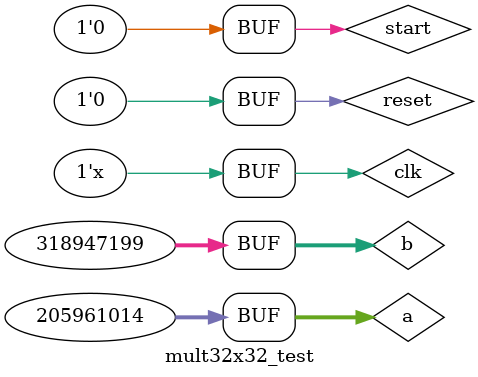
<source format=sv>
module mult32x32_test;

    logic clk;            // Clock
    logic reset;          // Reset
    logic start;          // Start signal
    logic [31:0] a;       // Input a
    logic [31:0] b;       // Input b
    logic busy;           // Multiplier busy indication
    logic [63:0] product; // Miltiplication product

	mult32x32 mult_inst(
		.clk(clk),
		.reset(reset),
		.start(start),
		.a(a),
		.b(b),
		.busy(busy),
		.product(product)
	);
//how much time is 1 unit of time? i just entered 5 as 1 unit of time due to our diagrama...
	initial begin
		clk = 1'b1;
		reset = 1'b1;
		start = 1'b0;
		a = 0;
		b = 0;
		#4
		reset = 1'b0;
		#1
		a = 32'hC46B736;
		b = 32'h1302BF7F;
		start = 1'b1;
		#1
		start = 1'b0;
		#1;
		//waitng for busy to go down..?
	end
	
	always begin
		#1
		clk = ~clk;
	end

endmodule


</source>
